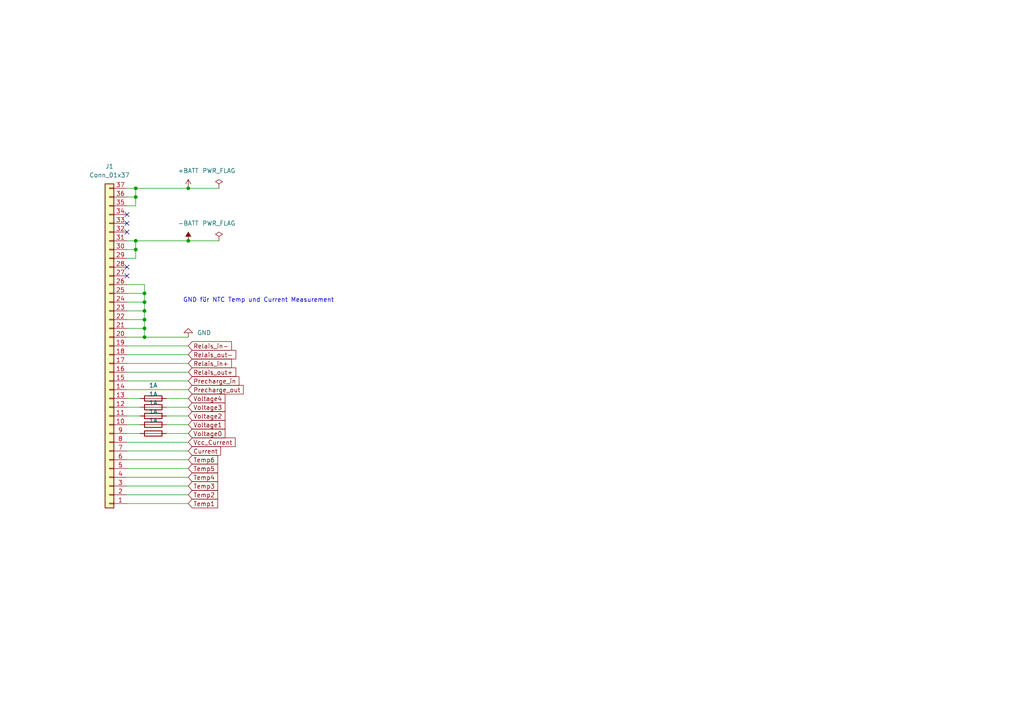
<source format=kicad_sch>
(kicad_sch
	(version 20250114)
	(generator "eeschema")
	(generator_version "9.0")
	(uuid "5961c0b4-552c-4c13-a726-13250b5be956")
	(paper "A4")
	(lib_symbols
		(symbol "Connector_Generic:Conn_01x37"
			(pin_names
				(offset 1.016)
				(hide yes)
			)
			(exclude_from_sim no)
			(in_bom yes)
			(on_board yes)
			(property "Reference" "J"
				(at 0 48.26 0)
				(effects
					(font
						(size 1.27 1.27)
					)
				)
			)
			(property "Value" "Conn_01x37"
				(at 0 -48.26 0)
				(effects
					(font
						(size 1.27 1.27)
					)
				)
			)
			(property "Footprint" ""
				(at 0 0 0)
				(effects
					(font
						(size 1.27 1.27)
					)
					(hide yes)
				)
			)
			(property "Datasheet" "~"
				(at 0 0 0)
				(effects
					(font
						(size 1.27 1.27)
					)
					(hide yes)
				)
			)
			(property "Description" "Generic connector, single row, 01x37, script generated (kicad-library-utils/schlib/autogen/connector/)"
				(at 0 0 0)
				(effects
					(font
						(size 1.27 1.27)
					)
					(hide yes)
				)
			)
			(property "ki_keywords" "connector"
				(at 0 0 0)
				(effects
					(font
						(size 1.27 1.27)
					)
					(hide yes)
				)
			)
			(property "ki_fp_filters" "Connector*:*_1x??_*"
				(at 0 0 0)
				(effects
					(font
						(size 1.27 1.27)
					)
					(hide yes)
				)
			)
			(symbol "Conn_01x37_1_1"
				(rectangle
					(start -1.27 46.99)
					(end 1.27 -46.99)
					(stroke
						(width 0.254)
						(type default)
					)
					(fill
						(type background)
					)
				)
				(rectangle
					(start -1.27 45.847)
					(end 0 45.593)
					(stroke
						(width 0.1524)
						(type default)
					)
					(fill
						(type none)
					)
				)
				(rectangle
					(start -1.27 43.307)
					(end 0 43.053)
					(stroke
						(width 0.1524)
						(type default)
					)
					(fill
						(type none)
					)
				)
				(rectangle
					(start -1.27 40.767)
					(end 0 40.513)
					(stroke
						(width 0.1524)
						(type default)
					)
					(fill
						(type none)
					)
				)
				(rectangle
					(start -1.27 38.227)
					(end 0 37.973)
					(stroke
						(width 0.1524)
						(type default)
					)
					(fill
						(type none)
					)
				)
				(rectangle
					(start -1.27 35.687)
					(end 0 35.433)
					(stroke
						(width 0.1524)
						(type default)
					)
					(fill
						(type none)
					)
				)
				(rectangle
					(start -1.27 33.147)
					(end 0 32.893)
					(stroke
						(width 0.1524)
						(type default)
					)
					(fill
						(type none)
					)
				)
				(rectangle
					(start -1.27 30.607)
					(end 0 30.353)
					(stroke
						(width 0.1524)
						(type default)
					)
					(fill
						(type none)
					)
				)
				(rectangle
					(start -1.27 28.067)
					(end 0 27.813)
					(stroke
						(width 0.1524)
						(type default)
					)
					(fill
						(type none)
					)
				)
				(rectangle
					(start -1.27 25.527)
					(end 0 25.273)
					(stroke
						(width 0.1524)
						(type default)
					)
					(fill
						(type none)
					)
				)
				(rectangle
					(start -1.27 22.987)
					(end 0 22.733)
					(stroke
						(width 0.1524)
						(type default)
					)
					(fill
						(type none)
					)
				)
				(rectangle
					(start -1.27 20.447)
					(end 0 20.193)
					(stroke
						(width 0.1524)
						(type default)
					)
					(fill
						(type none)
					)
				)
				(rectangle
					(start -1.27 17.907)
					(end 0 17.653)
					(stroke
						(width 0.1524)
						(type default)
					)
					(fill
						(type none)
					)
				)
				(rectangle
					(start -1.27 15.367)
					(end 0 15.113)
					(stroke
						(width 0.1524)
						(type default)
					)
					(fill
						(type none)
					)
				)
				(rectangle
					(start -1.27 12.827)
					(end 0 12.573)
					(stroke
						(width 0.1524)
						(type default)
					)
					(fill
						(type none)
					)
				)
				(rectangle
					(start -1.27 10.287)
					(end 0 10.033)
					(stroke
						(width 0.1524)
						(type default)
					)
					(fill
						(type none)
					)
				)
				(rectangle
					(start -1.27 7.747)
					(end 0 7.493)
					(stroke
						(width 0.1524)
						(type default)
					)
					(fill
						(type none)
					)
				)
				(rectangle
					(start -1.27 5.207)
					(end 0 4.953)
					(stroke
						(width 0.1524)
						(type default)
					)
					(fill
						(type none)
					)
				)
				(rectangle
					(start -1.27 2.667)
					(end 0 2.413)
					(stroke
						(width 0.1524)
						(type default)
					)
					(fill
						(type none)
					)
				)
				(rectangle
					(start -1.27 0.127)
					(end 0 -0.127)
					(stroke
						(width 0.1524)
						(type default)
					)
					(fill
						(type none)
					)
				)
				(rectangle
					(start -1.27 -2.413)
					(end 0 -2.667)
					(stroke
						(width 0.1524)
						(type default)
					)
					(fill
						(type none)
					)
				)
				(rectangle
					(start -1.27 -4.953)
					(end 0 -5.207)
					(stroke
						(width 0.1524)
						(type default)
					)
					(fill
						(type none)
					)
				)
				(rectangle
					(start -1.27 -7.493)
					(end 0 -7.747)
					(stroke
						(width 0.1524)
						(type default)
					)
					(fill
						(type none)
					)
				)
				(rectangle
					(start -1.27 -10.033)
					(end 0 -10.287)
					(stroke
						(width 0.1524)
						(type default)
					)
					(fill
						(type none)
					)
				)
				(rectangle
					(start -1.27 -12.573)
					(end 0 -12.827)
					(stroke
						(width 0.1524)
						(type default)
					)
					(fill
						(type none)
					)
				)
				(rectangle
					(start -1.27 -15.113)
					(end 0 -15.367)
					(stroke
						(width 0.1524)
						(type default)
					)
					(fill
						(type none)
					)
				)
				(rectangle
					(start -1.27 -17.653)
					(end 0 -17.907)
					(stroke
						(width 0.1524)
						(type default)
					)
					(fill
						(type none)
					)
				)
				(rectangle
					(start -1.27 -20.193)
					(end 0 -20.447)
					(stroke
						(width 0.1524)
						(type default)
					)
					(fill
						(type none)
					)
				)
				(rectangle
					(start -1.27 -22.733)
					(end 0 -22.987)
					(stroke
						(width 0.1524)
						(type default)
					)
					(fill
						(type none)
					)
				)
				(rectangle
					(start -1.27 -25.273)
					(end 0 -25.527)
					(stroke
						(width 0.1524)
						(type default)
					)
					(fill
						(type none)
					)
				)
				(rectangle
					(start -1.27 -27.813)
					(end 0 -28.067)
					(stroke
						(width 0.1524)
						(type default)
					)
					(fill
						(type none)
					)
				)
				(rectangle
					(start -1.27 -30.353)
					(end 0 -30.607)
					(stroke
						(width 0.1524)
						(type default)
					)
					(fill
						(type none)
					)
				)
				(rectangle
					(start -1.27 -32.893)
					(end 0 -33.147)
					(stroke
						(width 0.1524)
						(type default)
					)
					(fill
						(type none)
					)
				)
				(rectangle
					(start -1.27 -35.433)
					(end 0 -35.687)
					(stroke
						(width 0.1524)
						(type default)
					)
					(fill
						(type none)
					)
				)
				(rectangle
					(start -1.27 -37.973)
					(end 0 -38.227)
					(stroke
						(width 0.1524)
						(type default)
					)
					(fill
						(type none)
					)
				)
				(rectangle
					(start -1.27 -40.513)
					(end 0 -40.767)
					(stroke
						(width 0.1524)
						(type default)
					)
					(fill
						(type none)
					)
				)
				(rectangle
					(start -1.27 -43.053)
					(end 0 -43.307)
					(stroke
						(width 0.1524)
						(type default)
					)
					(fill
						(type none)
					)
				)
				(rectangle
					(start -1.27 -45.593)
					(end 0 -45.847)
					(stroke
						(width 0.1524)
						(type default)
					)
					(fill
						(type none)
					)
				)
				(pin passive line
					(at -5.08 45.72 0)
					(length 3.81)
					(name "Pin_1"
						(effects
							(font
								(size 1.27 1.27)
							)
						)
					)
					(number "1"
						(effects
							(font
								(size 1.27 1.27)
							)
						)
					)
				)
				(pin passive line
					(at -5.08 43.18 0)
					(length 3.81)
					(name "Pin_2"
						(effects
							(font
								(size 1.27 1.27)
							)
						)
					)
					(number "2"
						(effects
							(font
								(size 1.27 1.27)
							)
						)
					)
				)
				(pin passive line
					(at -5.08 40.64 0)
					(length 3.81)
					(name "Pin_3"
						(effects
							(font
								(size 1.27 1.27)
							)
						)
					)
					(number "3"
						(effects
							(font
								(size 1.27 1.27)
							)
						)
					)
				)
				(pin passive line
					(at -5.08 38.1 0)
					(length 3.81)
					(name "Pin_4"
						(effects
							(font
								(size 1.27 1.27)
							)
						)
					)
					(number "4"
						(effects
							(font
								(size 1.27 1.27)
							)
						)
					)
				)
				(pin passive line
					(at -5.08 35.56 0)
					(length 3.81)
					(name "Pin_5"
						(effects
							(font
								(size 1.27 1.27)
							)
						)
					)
					(number "5"
						(effects
							(font
								(size 1.27 1.27)
							)
						)
					)
				)
				(pin passive line
					(at -5.08 33.02 0)
					(length 3.81)
					(name "Pin_6"
						(effects
							(font
								(size 1.27 1.27)
							)
						)
					)
					(number "6"
						(effects
							(font
								(size 1.27 1.27)
							)
						)
					)
				)
				(pin passive line
					(at -5.08 30.48 0)
					(length 3.81)
					(name "Pin_7"
						(effects
							(font
								(size 1.27 1.27)
							)
						)
					)
					(number "7"
						(effects
							(font
								(size 1.27 1.27)
							)
						)
					)
				)
				(pin passive line
					(at -5.08 27.94 0)
					(length 3.81)
					(name "Pin_8"
						(effects
							(font
								(size 1.27 1.27)
							)
						)
					)
					(number "8"
						(effects
							(font
								(size 1.27 1.27)
							)
						)
					)
				)
				(pin passive line
					(at -5.08 25.4 0)
					(length 3.81)
					(name "Pin_9"
						(effects
							(font
								(size 1.27 1.27)
							)
						)
					)
					(number "9"
						(effects
							(font
								(size 1.27 1.27)
							)
						)
					)
				)
				(pin passive line
					(at -5.08 22.86 0)
					(length 3.81)
					(name "Pin_10"
						(effects
							(font
								(size 1.27 1.27)
							)
						)
					)
					(number "10"
						(effects
							(font
								(size 1.27 1.27)
							)
						)
					)
				)
				(pin passive line
					(at -5.08 20.32 0)
					(length 3.81)
					(name "Pin_11"
						(effects
							(font
								(size 1.27 1.27)
							)
						)
					)
					(number "11"
						(effects
							(font
								(size 1.27 1.27)
							)
						)
					)
				)
				(pin passive line
					(at -5.08 17.78 0)
					(length 3.81)
					(name "Pin_12"
						(effects
							(font
								(size 1.27 1.27)
							)
						)
					)
					(number "12"
						(effects
							(font
								(size 1.27 1.27)
							)
						)
					)
				)
				(pin passive line
					(at -5.08 15.24 0)
					(length 3.81)
					(name "Pin_13"
						(effects
							(font
								(size 1.27 1.27)
							)
						)
					)
					(number "13"
						(effects
							(font
								(size 1.27 1.27)
							)
						)
					)
				)
				(pin passive line
					(at -5.08 12.7 0)
					(length 3.81)
					(name "Pin_14"
						(effects
							(font
								(size 1.27 1.27)
							)
						)
					)
					(number "14"
						(effects
							(font
								(size 1.27 1.27)
							)
						)
					)
				)
				(pin passive line
					(at -5.08 10.16 0)
					(length 3.81)
					(name "Pin_15"
						(effects
							(font
								(size 1.27 1.27)
							)
						)
					)
					(number "15"
						(effects
							(font
								(size 1.27 1.27)
							)
						)
					)
				)
				(pin passive line
					(at -5.08 7.62 0)
					(length 3.81)
					(name "Pin_16"
						(effects
							(font
								(size 1.27 1.27)
							)
						)
					)
					(number "16"
						(effects
							(font
								(size 1.27 1.27)
							)
						)
					)
				)
				(pin passive line
					(at -5.08 5.08 0)
					(length 3.81)
					(name "Pin_17"
						(effects
							(font
								(size 1.27 1.27)
							)
						)
					)
					(number "17"
						(effects
							(font
								(size 1.27 1.27)
							)
						)
					)
				)
				(pin passive line
					(at -5.08 2.54 0)
					(length 3.81)
					(name "Pin_18"
						(effects
							(font
								(size 1.27 1.27)
							)
						)
					)
					(number "18"
						(effects
							(font
								(size 1.27 1.27)
							)
						)
					)
				)
				(pin passive line
					(at -5.08 0 0)
					(length 3.81)
					(name "Pin_19"
						(effects
							(font
								(size 1.27 1.27)
							)
						)
					)
					(number "19"
						(effects
							(font
								(size 1.27 1.27)
							)
						)
					)
				)
				(pin passive line
					(at -5.08 -2.54 0)
					(length 3.81)
					(name "Pin_20"
						(effects
							(font
								(size 1.27 1.27)
							)
						)
					)
					(number "20"
						(effects
							(font
								(size 1.27 1.27)
							)
						)
					)
				)
				(pin passive line
					(at -5.08 -5.08 0)
					(length 3.81)
					(name "Pin_21"
						(effects
							(font
								(size 1.27 1.27)
							)
						)
					)
					(number "21"
						(effects
							(font
								(size 1.27 1.27)
							)
						)
					)
				)
				(pin passive line
					(at -5.08 -7.62 0)
					(length 3.81)
					(name "Pin_22"
						(effects
							(font
								(size 1.27 1.27)
							)
						)
					)
					(number "22"
						(effects
							(font
								(size 1.27 1.27)
							)
						)
					)
				)
				(pin passive line
					(at -5.08 -10.16 0)
					(length 3.81)
					(name "Pin_23"
						(effects
							(font
								(size 1.27 1.27)
							)
						)
					)
					(number "23"
						(effects
							(font
								(size 1.27 1.27)
							)
						)
					)
				)
				(pin passive line
					(at -5.08 -12.7 0)
					(length 3.81)
					(name "Pin_24"
						(effects
							(font
								(size 1.27 1.27)
							)
						)
					)
					(number "24"
						(effects
							(font
								(size 1.27 1.27)
							)
						)
					)
				)
				(pin passive line
					(at -5.08 -15.24 0)
					(length 3.81)
					(name "Pin_25"
						(effects
							(font
								(size 1.27 1.27)
							)
						)
					)
					(number "25"
						(effects
							(font
								(size 1.27 1.27)
							)
						)
					)
				)
				(pin passive line
					(at -5.08 -17.78 0)
					(length 3.81)
					(name "Pin_26"
						(effects
							(font
								(size 1.27 1.27)
							)
						)
					)
					(number "26"
						(effects
							(font
								(size 1.27 1.27)
							)
						)
					)
				)
				(pin passive line
					(at -5.08 -20.32 0)
					(length 3.81)
					(name "Pin_27"
						(effects
							(font
								(size 1.27 1.27)
							)
						)
					)
					(number "27"
						(effects
							(font
								(size 1.27 1.27)
							)
						)
					)
				)
				(pin passive line
					(at -5.08 -22.86 0)
					(length 3.81)
					(name "Pin_28"
						(effects
							(font
								(size 1.27 1.27)
							)
						)
					)
					(number "28"
						(effects
							(font
								(size 1.27 1.27)
							)
						)
					)
				)
				(pin passive line
					(at -5.08 -25.4 0)
					(length 3.81)
					(name "Pin_29"
						(effects
							(font
								(size 1.27 1.27)
							)
						)
					)
					(number "29"
						(effects
							(font
								(size 1.27 1.27)
							)
						)
					)
				)
				(pin passive line
					(at -5.08 -27.94 0)
					(length 3.81)
					(name "Pin_30"
						(effects
							(font
								(size 1.27 1.27)
							)
						)
					)
					(number "30"
						(effects
							(font
								(size 1.27 1.27)
							)
						)
					)
				)
				(pin passive line
					(at -5.08 -30.48 0)
					(length 3.81)
					(name "Pin_31"
						(effects
							(font
								(size 1.27 1.27)
							)
						)
					)
					(number "31"
						(effects
							(font
								(size 1.27 1.27)
							)
						)
					)
				)
				(pin passive line
					(at -5.08 -33.02 0)
					(length 3.81)
					(name "Pin_32"
						(effects
							(font
								(size 1.27 1.27)
							)
						)
					)
					(number "32"
						(effects
							(font
								(size 1.27 1.27)
							)
						)
					)
				)
				(pin passive line
					(at -5.08 -35.56 0)
					(length 3.81)
					(name "Pin_33"
						(effects
							(font
								(size 1.27 1.27)
							)
						)
					)
					(number "33"
						(effects
							(font
								(size 1.27 1.27)
							)
						)
					)
				)
				(pin passive line
					(at -5.08 -38.1 0)
					(length 3.81)
					(name "Pin_34"
						(effects
							(font
								(size 1.27 1.27)
							)
						)
					)
					(number "34"
						(effects
							(font
								(size 1.27 1.27)
							)
						)
					)
				)
				(pin passive line
					(at -5.08 -40.64 0)
					(length 3.81)
					(name "Pin_35"
						(effects
							(font
								(size 1.27 1.27)
							)
						)
					)
					(number "35"
						(effects
							(font
								(size 1.27 1.27)
							)
						)
					)
				)
				(pin passive line
					(at -5.08 -43.18 0)
					(length 3.81)
					(name "Pin_36"
						(effects
							(font
								(size 1.27 1.27)
							)
						)
					)
					(number "36"
						(effects
							(font
								(size 1.27 1.27)
							)
						)
					)
				)
				(pin passive line
					(at -5.08 -45.72 0)
					(length 3.81)
					(name "Pin_37"
						(effects
							(font
								(size 1.27 1.27)
							)
						)
					)
					(number "37"
						(effects
							(font
								(size 1.27 1.27)
							)
						)
					)
				)
			)
			(embedded_fonts no)
		)
		(symbol "Device:Fuse"
			(pin_numbers
				(hide yes)
			)
			(pin_names
				(offset 0)
			)
			(exclude_from_sim no)
			(in_bom yes)
			(on_board yes)
			(property "Reference" "F"
				(at 2.032 0 90)
				(effects
					(font
						(size 1.27 1.27)
					)
				)
			)
			(property "Value" "Fuse"
				(at -1.905 0 90)
				(effects
					(font
						(size 1.27 1.27)
					)
				)
			)
			(property "Footprint" ""
				(at -1.778 0 90)
				(effects
					(font
						(size 1.27 1.27)
					)
					(hide yes)
				)
			)
			(property "Datasheet" "~"
				(at 0 0 0)
				(effects
					(font
						(size 1.27 1.27)
					)
					(hide yes)
				)
			)
			(property "Description" "Fuse"
				(at 0 0 0)
				(effects
					(font
						(size 1.27 1.27)
					)
					(hide yes)
				)
			)
			(property "ki_keywords" "fuse"
				(at 0 0 0)
				(effects
					(font
						(size 1.27 1.27)
					)
					(hide yes)
				)
			)
			(property "ki_fp_filters" "*Fuse*"
				(at 0 0 0)
				(effects
					(font
						(size 1.27 1.27)
					)
					(hide yes)
				)
			)
			(symbol "Fuse_0_1"
				(rectangle
					(start -0.762 -2.54)
					(end 0.762 2.54)
					(stroke
						(width 0.254)
						(type default)
					)
					(fill
						(type none)
					)
				)
				(polyline
					(pts
						(xy 0 2.54) (xy 0 -2.54)
					)
					(stroke
						(width 0)
						(type default)
					)
					(fill
						(type none)
					)
				)
			)
			(symbol "Fuse_1_1"
				(pin passive line
					(at 0 3.81 270)
					(length 1.27)
					(name "~"
						(effects
							(font
								(size 1.27 1.27)
							)
						)
					)
					(number "1"
						(effects
							(font
								(size 1.27 1.27)
							)
						)
					)
				)
				(pin passive line
					(at 0 -3.81 90)
					(length 1.27)
					(name "~"
						(effects
							(font
								(size 1.27 1.27)
							)
						)
					)
					(number "2"
						(effects
							(font
								(size 1.27 1.27)
							)
						)
					)
				)
			)
			(embedded_fonts no)
		)
		(symbol "power:+BATT"
			(power)
			(pin_numbers
				(hide yes)
			)
			(pin_names
				(offset 0)
				(hide yes)
			)
			(exclude_from_sim no)
			(in_bom yes)
			(on_board yes)
			(property "Reference" "#PWR"
				(at 0 -3.81 0)
				(effects
					(font
						(size 1.27 1.27)
					)
					(hide yes)
				)
			)
			(property "Value" "+BATT"
				(at 0 3.556 0)
				(effects
					(font
						(size 1.27 1.27)
					)
				)
			)
			(property "Footprint" ""
				(at 0 0 0)
				(effects
					(font
						(size 1.27 1.27)
					)
					(hide yes)
				)
			)
			(property "Datasheet" ""
				(at 0 0 0)
				(effects
					(font
						(size 1.27 1.27)
					)
					(hide yes)
				)
			)
			(property "Description" "Power symbol creates a global label with name \"+BATT\""
				(at 0 0 0)
				(effects
					(font
						(size 1.27 1.27)
					)
					(hide yes)
				)
			)
			(property "ki_keywords" "global power battery"
				(at 0 0 0)
				(effects
					(font
						(size 1.27 1.27)
					)
					(hide yes)
				)
			)
			(symbol "+BATT_0_1"
				(polyline
					(pts
						(xy -0.762 1.27) (xy 0 2.54)
					)
					(stroke
						(width 0)
						(type default)
					)
					(fill
						(type none)
					)
				)
				(polyline
					(pts
						(xy 0 2.54) (xy 0.762 1.27)
					)
					(stroke
						(width 0)
						(type default)
					)
					(fill
						(type none)
					)
				)
				(polyline
					(pts
						(xy 0 0) (xy 0 2.54)
					)
					(stroke
						(width 0)
						(type default)
					)
					(fill
						(type none)
					)
				)
			)
			(symbol "+BATT_1_1"
				(pin power_in line
					(at 0 0 90)
					(length 0)
					(name "~"
						(effects
							(font
								(size 1.27 1.27)
							)
						)
					)
					(number "1"
						(effects
							(font
								(size 1.27 1.27)
							)
						)
					)
				)
			)
			(embedded_fonts no)
		)
		(symbol "power:-BATT"
			(power)
			(pin_numbers
				(hide yes)
			)
			(pin_names
				(offset 0)
				(hide yes)
			)
			(exclude_from_sim no)
			(in_bom yes)
			(on_board yes)
			(property "Reference" "#PWR"
				(at 0 -3.81 0)
				(effects
					(font
						(size 1.27 1.27)
					)
					(hide yes)
				)
			)
			(property "Value" "-BATT"
				(at 0 3.556 0)
				(effects
					(font
						(size 1.27 1.27)
					)
				)
			)
			(property "Footprint" ""
				(at 0 0 0)
				(effects
					(font
						(size 1.27 1.27)
					)
					(hide yes)
				)
			)
			(property "Datasheet" ""
				(at 0 0 0)
				(effects
					(font
						(size 1.27 1.27)
					)
					(hide yes)
				)
			)
			(property "Description" "Power symbol creates a global label with name \"-BATT\""
				(at 0 0 0)
				(effects
					(font
						(size 1.27 1.27)
					)
					(hide yes)
				)
			)
			(property "ki_keywords" "global power battery"
				(at 0 0 0)
				(effects
					(font
						(size 1.27 1.27)
					)
					(hide yes)
				)
			)
			(symbol "-BATT_0_1"
				(polyline
					(pts
						(xy 0 0) (xy 0 2.54)
					)
					(stroke
						(width 0)
						(type default)
					)
					(fill
						(type none)
					)
				)
				(polyline
					(pts
						(xy 0.762 1.27) (xy -0.762 1.27) (xy 0 2.54) (xy 0.762 1.27)
					)
					(stroke
						(width 0)
						(type default)
					)
					(fill
						(type outline)
					)
				)
			)
			(symbol "-BATT_1_1"
				(pin power_in line
					(at 0 0 90)
					(length 0)
					(name "~"
						(effects
							(font
								(size 1.27 1.27)
							)
						)
					)
					(number "1"
						(effects
							(font
								(size 1.27 1.27)
							)
						)
					)
				)
			)
			(embedded_fonts no)
		)
		(symbol "power:GND"
			(power)
			(pin_numbers
				(hide yes)
			)
			(pin_names
				(offset 0)
				(hide yes)
			)
			(exclude_from_sim no)
			(in_bom yes)
			(on_board yes)
			(property "Reference" "#PWR"
				(at 0 -6.35 0)
				(effects
					(font
						(size 1.27 1.27)
					)
					(hide yes)
				)
			)
			(property "Value" "GND"
				(at 0 -3.81 0)
				(effects
					(font
						(size 1.27 1.27)
					)
				)
			)
			(property "Footprint" ""
				(at 0 0 0)
				(effects
					(font
						(size 1.27 1.27)
					)
					(hide yes)
				)
			)
			(property "Datasheet" ""
				(at 0 0 0)
				(effects
					(font
						(size 1.27 1.27)
					)
					(hide yes)
				)
			)
			(property "Description" "Power symbol creates a global label with name \"GND\" , ground"
				(at 0 0 0)
				(effects
					(font
						(size 1.27 1.27)
					)
					(hide yes)
				)
			)
			(property "ki_keywords" "global power"
				(at 0 0 0)
				(effects
					(font
						(size 1.27 1.27)
					)
					(hide yes)
				)
			)
			(symbol "GND_0_1"
				(polyline
					(pts
						(xy 0 0) (xy 0 -1.27) (xy 1.27 -1.27) (xy 0 -2.54) (xy -1.27 -1.27) (xy 0 -1.27)
					)
					(stroke
						(width 0)
						(type default)
					)
					(fill
						(type none)
					)
				)
			)
			(symbol "GND_1_1"
				(pin power_in line
					(at 0 0 270)
					(length 0)
					(name "~"
						(effects
							(font
								(size 1.27 1.27)
							)
						)
					)
					(number "1"
						(effects
							(font
								(size 1.27 1.27)
							)
						)
					)
				)
			)
			(embedded_fonts no)
		)
		(symbol "power:PWR_FLAG"
			(power)
			(pin_numbers
				(hide yes)
			)
			(pin_names
				(offset 0)
				(hide yes)
			)
			(exclude_from_sim no)
			(in_bom yes)
			(on_board yes)
			(property "Reference" "#FLG"
				(at 0 1.905 0)
				(effects
					(font
						(size 1.27 1.27)
					)
					(hide yes)
				)
			)
			(property "Value" "PWR_FLAG"
				(at 0 3.81 0)
				(effects
					(font
						(size 1.27 1.27)
					)
				)
			)
			(property "Footprint" ""
				(at 0 0 0)
				(effects
					(font
						(size 1.27 1.27)
					)
					(hide yes)
				)
			)
			(property "Datasheet" "~"
				(at 0 0 0)
				(effects
					(font
						(size 1.27 1.27)
					)
					(hide yes)
				)
			)
			(property "Description" "Special symbol for telling ERC where power comes from"
				(at 0 0 0)
				(effects
					(font
						(size 1.27 1.27)
					)
					(hide yes)
				)
			)
			(property "ki_keywords" "flag power"
				(at 0 0 0)
				(effects
					(font
						(size 1.27 1.27)
					)
					(hide yes)
				)
			)
			(symbol "PWR_FLAG_0_0"
				(pin power_out line
					(at 0 0 90)
					(length 0)
					(name "~"
						(effects
							(font
								(size 1.27 1.27)
							)
						)
					)
					(number "1"
						(effects
							(font
								(size 1.27 1.27)
							)
						)
					)
				)
			)
			(symbol "PWR_FLAG_0_1"
				(polyline
					(pts
						(xy 0 0) (xy 0 1.27) (xy -1.016 1.905) (xy 0 2.54) (xy 1.016 1.905) (xy 0 1.27)
					)
					(stroke
						(width 0)
						(type default)
					)
					(fill
						(type none)
					)
				)
			)
			(embedded_fonts no)
		)
	)
	(text "GND für NTC Temp und Current Measurement\n"
		(exclude_from_sim no)
		(at 53.086 87.122 0)
		(effects
			(font
				(size 1.27 1.27)
			)
			(justify left)
		)
		(uuid "f889d449-f666-43da-bf29-e1eb80c312a7")
	)
	(junction
		(at 41.91 92.71)
		(diameter 0)
		(color 0 0 0 0)
		(uuid "10f5d567-eee9-4488-9717-72a87e6462d0")
	)
	(junction
		(at 54.61 69.85)
		(diameter 0)
		(color 0 0 0 0)
		(uuid "14c913b2-51cf-4488-841f-c40166953e1a")
	)
	(junction
		(at 41.91 85.09)
		(diameter 0)
		(color 0 0 0 0)
		(uuid "2ea70d7e-3a63-4818-9745-d680788c49fd")
	)
	(junction
		(at 41.91 87.63)
		(diameter 0)
		(color 0 0 0 0)
		(uuid "32d27d73-dd08-4049-99e1-a64bd94ff382")
	)
	(junction
		(at 41.91 90.17)
		(diameter 0)
		(color 0 0 0 0)
		(uuid "34f18e35-4aa4-451b-a284-2e5d438ee6a1")
	)
	(junction
		(at 39.37 72.39)
		(diameter 0)
		(color 0 0 0 0)
		(uuid "3808f915-5ba4-4a65-9d82-e902c2c014b5")
	)
	(junction
		(at 39.37 57.15)
		(diameter 0)
		(color 0 0 0 0)
		(uuid "6e20c906-1e66-455d-ac31-686533266cc0")
	)
	(junction
		(at 41.91 95.25)
		(diameter 0)
		(color 0 0 0 0)
		(uuid "adf905ca-9c3d-4ec9-9a91-dbada821f3a5")
	)
	(junction
		(at 39.37 54.61)
		(diameter 0)
		(color 0 0 0 0)
		(uuid "b24797df-10c0-4abe-804a-6164e2ca6426")
	)
	(junction
		(at 39.37 69.85)
		(diameter 0)
		(color 0 0 0 0)
		(uuid "db90bca1-1cf2-45cb-a961-6c82e3ab0a14")
	)
	(junction
		(at 41.91 97.79)
		(diameter 0)
		(color 0 0 0 0)
		(uuid "f8814a33-191d-4fbf-9c25-f44407bdcad0")
	)
	(junction
		(at 54.61 54.61)
		(diameter 0)
		(color 0 0 0 0)
		(uuid "fc44874d-2385-49f3-a2c5-4df6cf8abe2f")
	)
	(no_connect
		(at 36.83 62.23)
		(uuid "0d72c343-1a48-49bd-b9ab-66986a08fab2")
	)
	(no_connect
		(at 36.83 67.31)
		(uuid "923196ac-4221-424b-966e-e46771be22e9")
	)
	(no_connect
		(at 36.83 77.47)
		(uuid "a7ea730e-f37a-4d09-8fda-dca40e8eb3f1")
	)
	(no_connect
		(at 36.83 64.77)
		(uuid "d3b873c0-4039-49d7-ad55-aafda52c3cc7")
	)
	(no_connect
		(at 36.83 80.01)
		(uuid "efe01fc0-a769-4c29-a99e-3148d1ba84ec")
	)
	(wire
		(pts
			(xy 36.83 118.11) (xy 40.64 118.11)
		)
		(stroke
			(width 0)
			(type default)
		)
		(uuid "02dc57f7-88f1-44bc-91f0-0093fbf9c6f4")
	)
	(wire
		(pts
			(xy 48.26 125.73) (xy 54.61 125.73)
		)
		(stroke
			(width 0)
			(type default)
		)
		(uuid "0447b335-3922-46a0-b16a-dc2f04063af3")
	)
	(wire
		(pts
			(xy 36.83 146.05) (xy 54.61 146.05)
		)
		(stroke
			(width 0)
			(type default)
		)
		(uuid "0595d007-4d08-4810-87e2-a16a357e0868")
	)
	(wire
		(pts
			(xy 39.37 54.61) (xy 54.61 54.61)
		)
		(stroke
			(width 0)
			(type default)
		)
		(uuid "0649babe-9b5b-412f-ad0f-c6901c732787")
	)
	(wire
		(pts
			(xy 36.83 74.93) (xy 39.37 74.93)
		)
		(stroke
			(width 0)
			(type default)
		)
		(uuid "09595390-4cb1-4c5b-a0bc-153b04edc8d0")
	)
	(wire
		(pts
			(xy 36.83 135.89) (xy 54.61 135.89)
		)
		(stroke
			(width 0)
			(type default)
		)
		(uuid "0e8c18c1-a7dc-40c8-b167-ef2a13bc3232")
	)
	(wire
		(pts
			(xy 48.26 118.11) (xy 54.61 118.11)
		)
		(stroke
			(width 0)
			(type default)
		)
		(uuid "1117b201-e367-478d-9337-7a31e674a9f8")
	)
	(wire
		(pts
			(xy 39.37 74.93) (xy 39.37 72.39)
		)
		(stroke
			(width 0)
			(type default)
		)
		(uuid "1381e320-ca95-4ac6-a16b-e0f0dfb792fd")
	)
	(wire
		(pts
			(xy 36.83 143.51) (xy 54.61 143.51)
		)
		(stroke
			(width 0)
			(type default)
		)
		(uuid "15520dde-0bee-44e4-bfa4-1fca80bbe8fc")
	)
	(wire
		(pts
			(xy 48.26 120.65) (xy 54.61 120.65)
		)
		(stroke
			(width 0)
			(type default)
		)
		(uuid "190d63ec-ecd8-4309-9b3c-74444e35988d")
	)
	(wire
		(pts
			(xy 36.83 95.25) (xy 41.91 95.25)
		)
		(stroke
			(width 0)
			(type default)
		)
		(uuid "197a1a3d-2817-4c7d-a153-ec8e49d7ac37")
	)
	(wire
		(pts
			(xy 36.83 82.55) (xy 41.91 82.55)
		)
		(stroke
			(width 0)
			(type default)
		)
		(uuid "1befaa95-f789-46e3-a813-86f260496029")
	)
	(wire
		(pts
			(xy 41.91 95.25) (xy 41.91 97.79)
		)
		(stroke
			(width 0)
			(type default)
		)
		(uuid "1f3fa715-776a-4b73-9eba-1bea20afa797")
	)
	(wire
		(pts
			(xy 39.37 54.61) (xy 39.37 57.15)
		)
		(stroke
			(width 0)
			(type default)
		)
		(uuid "27382419-4f95-46a4-a9ed-6726510425ee")
	)
	(wire
		(pts
			(xy 36.83 130.81) (xy 54.61 130.81)
		)
		(stroke
			(width 0)
			(type default)
		)
		(uuid "2813b15a-1e0a-4623-bc4d-e43d7163bbde")
	)
	(wire
		(pts
			(xy 36.83 125.73) (xy 40.64 125.73)
		)
		(stroke
			(width 0)
			(type default)
		)
		(uuid "2a29b580-ccf1-44f4-881c-5e4f25d2c31b")
	)
	(wire
		(pts
			(xy 36.83 59.69) (xy 39.37 59.69)
		)
		(stroke
			(width 0)
			(type default)
		)
		(uuid "3af1670a-2baa-47e0-b182-1c65b8ecb6c5")
	)
	(wire
		(pts
			(xy 36.83 85.09) (xy 41.91 85.09)
		)
		(stroke
			(width 0)
			(type default)
		)
		(uuid "3bb01240-c5b3-47f6-83c1-971a18b647f2")
	)
	(wire
		(pts
			(xy 36.83 90.17) (xy 41.91 90.17)
		)
		(stroke
			(width 0)
			(type default)
		)
		(uuid "3d9b3d26-fc51-4fc3-89e9-e62edd29b64d")
	)
	(wire
		(pts
			(xy 36.83 72.39) (xy 39.37 72.39)
		)
		(stroke
			(width 0)
			(type default)
		)
		(uuid "41ba3fff-2108-4d9c-b219-f692e635013c")
	)
	(wire
		(pts
			(xy 36.83 140.97) (xy 54.61 140.97)
		)
		(stroke
			(width 0)
			(type default)
		)
		(uuid "42bb4b10-7c75-459e-9883-74fa8a392d13")
	)
	(wire
		(pts
			(xy 36.83 102.87) (xy 54.61 102.87)
		)
		(stroke
			(width 0)
			(type default)
		)
		(uuid "42f91fd5-42be-427e-b69d-0b29a6568156")
	)
	(wire
		(pts
			(xy 41.91 90.17) (xy 41.91 92.71)
		)
		(stroke
			(width 0)
			(type default)
		)
		(uuid "45c8d4c1-d0b4-475c-ba34-1c20a2011fe6")
	)
	(wire
		(pts
			(xy 36.83 92.71) (xy 41.91 92.71)
		)
		(stroke
			(width 0)
			(type default)
		)
		(uuid "4639be58-c4b2-4a6b-84c0-07d3a9ddbff7")
	)
	(wire
		(pts
			(xy 36.83 100.33) (xy 54.61 100.33)
		)
		(stroke
			(width 0)
			(type default)
		)
		(uuid "5dfce1b4-c5fe-4d79-a6ec-6b39605b2967")
	)
	(wire
		(pts
			(xy 39.37 69.85) (xy 36.83 69.85)
		)
		(stroke
			(width 0)
			(type default)
		)
		(uuid "5e09b16f-e8a1-4b94-8d29-49a03b423c4a")
	)
	(wire
		(pts
			(xy 36.83 128.27) (xy 54.61 128.27)
		)
		(stroke
			(width 0)
			(type default)
		)
		(uuid "62b75201-9374-49f9-9fd4-98e825df303e")
	)
	(wire
		(pts
			(xy 36.83 113.03) (xy 54.61 113.03)
		)
		(stroke
			(width 0)
			(type default)
		)
		(uuid "6cd942b7-c6f0-4a43-914d-7894936c3300")
	)
	(wire
		(pts
			(xy 39.37 72.39) (xy 39.37 69.85)
		)
		(stroke
			(width 0)
			(type default)
		)
		(uuid "812b2a90-3a8d-4d5d-ae91-651cf633e145")
	)
	(wire
		(pts
			(xy 48.26 115.57) (xy 54.61 115.57)
		)
		(stroke
			(width 0)
			(type default)
		)
		(uuid "8686bce1-18b0-4a12-af47-3a83415e14c0")
	)
	(wire
		(pts
			(xy 41.91 85.09) (xy 41.91 87.63)
		)
		(stroke
			(width 0)
			(type default)
		)
		(uuid "8bfa3c7d-6a88-4094-981b-420463340d9b")
	)
	(wire
		(pts
			(xy 36.83 97.79) (xy 41.91 97.79)
		)
		(stroke
			(width 0)
			(type default)
		)
		(uuid "8d7bd9a8-9030-45f1-b317-76fac8220c7e")
	)
	(wire
		(pts
			(xy 36.83 115.57) (xy 40.64 115.57)
		)
		(stroke
			(width 0)
			(type default)
		)
		(uuid "9fafbbfa-846e-425a-9237-5a7b9260b32e")
	)
	(wire
		(pts
			(xy 36.83 54.61) (xy 39.37 54.61)
		)
		(stroke
			(width 0)
			(type default)
		)
		(uuid "b3afc52c-5671-4ab5-a8b1-42d36e754d6f")
	)
	(wire
		(pts
			(xy 36.83 123.19) (xy 40.64 123.19)
		)
		(stroke
			(width 0)
			(type default)
		)
		(uuid "b53684a7-6017-45b4-a17e-c5b4557c32a3")
	)
	(wire
		(pts
			(xy 36.83 57.15) (xy 39.37 57.15)
		)
		(stroke
			(width 0)
			(type default)
		)
		(uuid "b71e446f-cdd3-4734-a696-c8c16b169b6d")
	)
	(wire
		(pts
			(xy 41.91 92.71) (xy 41.91 95.25)
		)
		(stroke
			(width 0)
			(type default)
		)
		(uuid "bb36b2e0-ca46-48f2-acf4-ed4e863b5c06")
	)
	(wire
		(pts
			(xy 36.83 87.63) (xy 41.91 87.63)
		)
		(stroke
			(width 0)
			(type default)
		)
		(uuid "bb5d4735-5239-4d77-994b-7303a82ef985")
	)
	(wire
		(pts
			(xy 54.61 54.61) (xy 63.5 54.61)
		)
		(stroke
			(width 0)
			(type default)
		)
		(uuid "c4436a34-2b8f-4665-8609-abbc809f754e")
	)
	(wire
		(pts
			(xy 36.83 120.65) (xy 40.64 120.65)
		)
		(stroke
			(width 0)
			(type default)
		)
		(uuid "d13bd294-0409-4c02-9160-24436a3b8a4b")
	)
	(wire
		(pts
			(xy 54.61 69.85) (xy 63.5 69.85)
		)
		(stroke
			(width 0)
			(type default)
		)
		(uuid "d6a75070-bf61-436c-b3e2-26aff49461ec")
	)
	(wire
		(pts
			(xy 36.83 110.49) (xy 54.61 110.49)
		)
		(stroke
			(width 0)
			(type default)
		)
		(uuid "d9a726c0-f98e-4cf9-b4c9-ea5d66a90ca2")
	)
	(wire
		(pts
			(xy 48.26 123.19) (xy 54.61 123.19)
		)
		(stroke
			(width 0)
			(type default)
		)
		(uuid "d9aa4450-a218-4540-94d3-8a531a85f6c0")
	)
	(wire
		(pts
			(xy 39.37 57.15) (xy 39.37 59.69)
		)
		(stroke
			(width 0)
			(type default)
		)
		(uuid "da8fd3ed-a12e-421e-9f75-901aa9065f34")
	)
	(wire
		(pts
			(xy 36.83 133.35) (xy 54.61 133.35)
		)
		(stroke
			(width 0)
			(type default)
		)
		(uuid "db1d1829-5018-44b4-924e-52401ba8dee4")
	)
	(wire
		(pts
			(xy 36.83 107.95) (xy 54.61 107.95)
		)
		(stroke
			(width 0)
			(type default)
		)
		(uuid "de45d0b5-c98c-4530-989d-049810b946fa")
	)
	(wire
		(pts
			(xy 41.91 82.55) (xy 41.91 85.09)
		)
		(stroke
			(width 0)
			(type default)
		)
		(uuid "e3b32f7b-66ae-45d5-b8b1-3c55d7d711d1")
	)
	(wire
		(pts
			(xy 39.37 69.85) (xy 54.61 69.85)
		)
		(stroke
			(width 0)
			(type default)
		)
		(uuid "e7f28139-3968-4672-90cc-94a5bb63b0d6")
	)
	(wire
		(pts
			(xy 41.91 97.79) (xy 54.61 97.79)
		)
		(stroke
			(width 0)
			(type default)
		)
		(uuid "e8b9ee66-48ea-4f8c-849c-c4e043925d7c")
	)
	(wire
		(pts
			(xy 41.91 87.63) (xy 41.91 90.17)
		)
		(stroke
			(width 0)
			(type default)
		)
		(uuid "eff4eaa9-611c-43bc-98e1-5cfe69dd2e62")
	)
	(wire
		(pts
			(xy 36.83 138.43) (xy 54.61 138.43)
		)
		(stroke
			(width 0)
			(type default)
		)
		(uuid "f5f022ff-f07f-43c1-a9a9-8a8f93def240")
	)
	(wire
		(pts
			(xy 36.83 105.41) (xy 54.61 105.41)
		)
		(stroke
			(width 0)
			(type default)
		)
		(uuid "faa92734-8619-420f-b335-508598cc6029")
	)
	(global_label "Voltage4"
		(shape input)
		(at 54.61 115.57 0)
		(fields_autoplaced yes)
		(effects
			(font
				(size 1.27 1.27)
			)
			(justify left)
		)
		(uuid "00241bed-249c-444e-8198-3738c68b68c0")
		(property "Intersheetrefs" "${INTERSHEET_REFS}"
			(at 65.8198 115.57 0)
			(effects
				(font
					(size 1.27 1.27)
				)
				(justify left)
				(hide yes)
			)
		)
	)
	(global_label "Temp3"
		(shape input)
		(at 54.61 140.97 0)
		(fields_autoplaced yes)
		(effects
			(font
				(size 1.27 1.27)
			)
			(justify left)
		)
		(uuid "04db172c-ff4c-4fb8-84d8-eeec441395c1")
		(property "Intersheetrefs" "${INTERSHEET_REFS}"
			(at 63.7032 140.97 0)
			(effects
				(font
					(size 1.27 1.27)
				)
				(justify left)
				(hide yes)
			)
		)
	)
	(global_label "Voltage3"
		(shape input)
		(at 54.61 118.11 0)
		(fields_autoplaced yes)
		(effects
			(font
				(size 1.27 1.27)
			)
			(justify left)
		)
		(uuid "05366796-1a7c-4367-8391-e463da07be96")
		(property "Intersheetrefs" "${INTERSHEET_REFS}"
			(at 65.8198 118.11 0)
			(effects
				(font
					(size 1.27 1.27)
				)
				(justify left)
				(hide yes)
			)
		)
	)
	(global_label "Voltage1"
		(shape input)
		(at 54.61 123.19 0)
		(fields_autoplaced yes)
		(effects
			(font
				(size 1.27 1.27)
			)
			(justify left)
		)
		(uuid "3764b5d6-8e1e-40cd-8d76-2f647e6100d2")
		(property "Intersheetrefs" "${INTERSHEET_REFS}"
			(at 65.8198 123.19 0)
			(effects
				(font
					(size 1.27 1.27)
				)
				(justify left)
				(hide yes)
			)
		)
	)
	(global_label "Voltage2"
		(shape input)
		(at 54.61 120.65 0)
		(fields_autoplaced yes)
		(effects
			(font
				(size 1.27 1.27)
			)
			(justify left)
		)
		(uuid "416599a8-3e13-417b-8830-9af745b66851")
		(property "Intersheetrefs" "${INTERSHEET_REFS}"
			(at 65.8198 120.65 0)
			(effects
				(font
					(size 1.27 1.27)
				)
				(justify left)
				(hide yes)
			)
		)
	)
	(global_label "Precharge_in"
		(shape input)
		(at 54.61 110.49 0)
		(fields_autoplaced yes)
		(effects
			(font
				(size 1.27 1.27)
			)
			(justify left)
		)
		(uuid "623c9b46-e034-42b4-a7ac-d5b15d2997b8")
		(property "Intersheetrefs" "${INTERSHEET_REFS}"
			(at 69.8718 110.49 0)
			(effects
				(font
					(size 1.27 1.27)
				)
				(justify left)
				(hide yes)
			)
		)
	)
	(global_label "Temp1"
		(shape input)
		(at 54.61 146.05 0)
		(fields_autoplaced yes)
		(effects
			(font
				(size 1.27 1.27)
			)
			(justify left)
		)
		(uuid "68450b99-9163-43db-9ca0-285d580985f1")
		(property "Intersheetrefs" "${INTERSHEET_REFS}"
			(at 63.7032 146.05 0)
			(effects
				(font
					(size 1.27 1.27)
				)
				(justify left)
				(hide yes)
			)
		)
	)
	(global_label "Relais_in+"
		(shape input)
		(at 54.61 105.41 0)
		(fields_autoplaced yes)
		(effects
			(font
				(size 1.27 1.27)
			)
			(justify left)
		)
		(uuid "70dcda11-1c16-41d7-908d-edca40303527")
		(property "Intersheetrefs" "${INTERSHEET_REFS}"
			(at 67.6947 105.41 0)
			(effects
				(font
					(size 1.27 1.27)
				)
				(justify left)
				(hide yes)
			)
		)
	)
	(global_label "Temp4"
		(shape input)
		(at 54.61 138.43 0)
		(fields_autoplaced yes)
		(effects
			(font
				(size 1.27 1.27)
			)
			(justify left)
		)
		(uuid "799d39ca-9258-43f5-824c-1097e2933e52")
		(property "Intersheetrefs" "${INTERSHEET_REFS}"
			(at 63.7032 138.43 0)
			(effects
				(font
					(size 1.27 1.27)
				)
				(justify left)
				(hide yes)
			)
		)
	)
	(global_label "Vcc_Current"
		(shape input)
		(at 54.61 128.27 0)
		(fields_autoplaced yes)
		(effects
			(font
				(size 1.27 1.27)
			)
			(justify left)
		)
		(uuid "8868007d-3421-4aea-8c91-292a42faceac")
		(property "Intersheetrefs" "${INTERSHEET_REFS}"
			(at 68.7833 128.27 0)
			(effects
				(font
					(size 1.27 1.27)
				)
				(justify left)
				(hide yes)
			)
		)
	)
	(global_label "Temp2"
		(shape input)
		(at 54.61 143.51 0)
		(fields_autoplaced yes)
		(effects
			(font
				(size 1.27 1.27)
			)
			(justify left)
		)
		(uuid "8e95dce1-6eaa-4877-a77a-d4f610a0e121")
		(property "Intersheetrefs" "${INTERSHEET_REFS}"
			(at 63.7032 143.51 0)
			(effects
				(font
					(size 1.27 1.27)
				)
				(justify left)
				(hide yes)
			)
		)
	)
	(global_label "Precharge_out"
		(shape input)
		(at 54.61 113.03 0)
		(fields_autoplaced yes)
		(effects
			(font
				(size 1.27 1.27)
			)
			(justify left)
		)
		(uuid "9208e957-0eef-4ef2-85b1-3341d421f3df")
		(property "Intersheetrefs" "${INTERSHEET_REFS}"
			(at 71.1417 113.03 0)
			(effects
				(font
					(size 1.27 1.27)
				)
				(justify left)
				(hide yes)
			)
		)
	)
	(global_label "Temp5"
		(shape input)
		(at 54.61 135.89 0)
		(fields_autoplaced yes)
		(effects
			(font
				(size 1.27 1.27)
			)
			(justify left)
		)
		(uuid "a18645d6-fbc7-40bf-ad87-6f6b078b1614")
		(property "Intersheetrefs" "${INTERSHEET_REFS}"
			(at 63.7032 135.89 0)
			(effects
				(font
					(size 1.27 1.27)
				)
				(justify left)
				(hide yes)
			)
		)
	)
	(global_label "Relais_out-"
		(shape input)
		(at 54.61 102.87 0)
		(fields_autoplaced yes)
		(effects
			(font
				(size 1.27 1.27)
			)
			(justify left)
		)
		(uuid "acb0c74c-4fc2-47f2-ba25-533d2634ec3e")
		(property "Intersheetrefs" "${INTERSHEET_REFS}"
			(at 68.9646 102.87 0)
			(effects
				(font
					(size 1.27 1.27)
				)
				(justify left)
				(hide yes)
			)
		)
	)
	(global_label "Temp6"
		(shape input)
		(at 54.61 133.35 0)
		(fields_autoplaced yes)
		(effects
			(font
				(size 1.27 1.27)
			)
			(justify left)
		)
		(uuid "e91f1b7a-59a9-4ed5-8781-486dc3a4ad33")
		(property "Intersheetrefs" "${INTERSHEET_REFS}"
			(at 63.7032 133.35 0)
			(effects
				(font
					(size 1.27 1.27)
				)
				(justify left)
				(hide yes)
			)
		)
	)
	(global_label "Relais_in-"
		(shape input)
		(at 54.61 100.33 0)
		(fields_autoplaced yes)
		(effects
			(font
				(size 1.27 1.27)
			)
			(justify left)
		)
		(uuid "ebc7680a-d1a3-4425-ae2e-92265aefc793")
		(property "Intersheetrefs" "${INTERSHEET_REFS}"
			(at 67.6947 100.33 0)
			(effects
				(font
					(size 1.27 1.27)
				)
				(justify left)
				(hide yes)
			)
		)
	)
	(global_label "Current"
		(shape input)
		(at 54.61 130.81 0)
		(fields_autoplaced yes)
		(effects
			(font
				(size 1.27 1.27)
			)
			(justify left)
		)
		(uuid "fafac05a-c9cc-431e-b37b-0b5898cb647a")
		(property "Intersheetrefs" "${INTERSHEET_REFS}"
			(at 64.5499 130.81 0)
			(effects
				(font
					(size 1.27 1.27)
				)
				(justify left)
				(hide yes)
			)
		)
	)
	(global_label "Voltage0"
		(shape input)
		(at 54.61 125.73 0)
		(fields_autoplaced yes)
		(effects
			(font
				(size 1.27 1.27)
			)
			(justify left)
		)
		(uuid "fdb761bc-0a53-45b1-9af4-032436e3c99b")
		(property "Intersheetrefs" "${INTERSHEET_REFS}"
			(at 65.8198 125.73 0)
			(effects
				(font
					(size 1.27 1.27)
				)
				(justify left)
				(hide yes)
			)
		)
	)
	(global_label "Relais_out+"
		(shape input)
		(at 54.61 107.95 0)
		(fields_autoplaced yes)
		(effects
			(font
				(size 1.27 1.27)
			)
			(justify left)
		)
		(uuid "febcd8ce-3410-40a5-842f-36cf38cecdbf")
		(property "Intersheetrefs" "${INTERSHEET_REFS}"
			(at 68.9646 107.95 0)
			(effects
				(font
					(size 1.27 1.27)
				)
				(justify left)
				(hide yes)
			)
		)
	)
	(symbol
		(lib_id "power:-BATT")
		(at 54.61 69.85 0)
		(unit 1)
		(exclude_from_sim no)
		(in_bom yes)
		(on_board yes)
		(dnp no)
		(fields_autoplaced yes)
		(uuid "040eb3c1-098d-434b-b85f-8d5da8875840")
		(property "Reference" "#PWR082"
			(at 54.61 73.66 0)
			(effects
				(font
					(size 1.27 1.27)
				)
				(hide yes)
			)
		)
		(property "Value" "-BATT"
			(at 54.61 64.77 0)
			(effects
				(font
					(size 1.27 1.27)
				)
			)
		)
		(property "Footprint" ""
			(at 54.61 69.85 0)
			(effects
				(font
					(size 1.27 1.27)
				)
				(hide yes)
			)
		)
		(property "Datasheet" ""
			(at 54.61 69.85 0)
			(effects
				(font
					(size 1.27 1.27)
				)
				(hide yes)
			)
		)
		(property "Description" "Power symbol creates a global label with name \"-BATT\""
			(at 54.61 69.85 0)
			(effects
				(font
					(size 1.27 1.27)
				)
				(hide yes)
			)
		)
		(pin "1"
			(uuid "35254d3f-2be5-44bf-9b74-c3eb001963c0")
		)
		(instances
			(project ""
				(path "/f3f5bf67-59a2-4fff-a256-b414fb7b1786/64c54cf2-e962-4d56-8350-2823e3c7a7e9"
					(reference "#PWR082")
					(unit 1)
				)
			)
		)
	)
	(symbol
		(lib_id "Device:Fuse")
		(at 44.45 120.65 90)
		(unit 1)
		(exclude_from_sim no)
		(in_bom yes)
		(on_board yes)
		(dnp no)
		(fields_autoplaced yes)
		(uuid "28f14952-da7b-4dca-81dc-c897d8529cef")
		(property "Reference" "F3"
			(at 44.45 114.3 90)
			(effects
				(font
					(size 1.27 1.27)
				)
				(hide yes)
			)
		)
		(property "Value" "1A"
			(at 44.45 116.84 90)
			(effects
				(font
					(size 1.27 1.27)
				)
			)
		)
		(property "Footprint" "Fuse:Fuseholder_Littelfuse_Nano2_154x"
			(at 44.45 122.428 90)
			(effects
				(font
					(size 1.27 1.27)
				)
				(hide yes)
			)
		)
		(property "Datasheet" "~"
			(at 44.45 120.65 0)
			(effects
				(font
					(size 1.27 1.27)
				)
				(hide yes)
			)
		)
		(property "Description" "Fuse"
			(at 44.45 120.65 0)
			(effects
				(font
					(size 1.27 1.27)
				)
				(hide yes)
			)
		)
		(pin "1"
			(uuid "26879a2c-3e8b-476c-bc01-68dc9fc5bade")
		)
		(pin "2"
			(uuid "d608f1dc-efbb-4305-9824-31ebd52468a6")
		)
		(instances
			(project ""
				(path "/f3f5bf67-59a2-4fff-a256-b414fb7b1786/64c54cf2-e962-4d56-8350-2823e3c7a7e9"
					(reference "F3")
					(unit 1)
				)
			)
		)
	)
	(symbol
		(lib_id "power:PWR_FLAG")
		(at 63.5 69.85 0)
		(unit 1)
		(exclude_from_sim no)
		(in_bom yes)
		(on_board yes)
		(dnp no)
		(fields_autoplaced yes)
		(uuid "4bdf5128-8440-431e-9c0e-d1e34985c8d3")
		(property "Reference" "#FLG04"
			(at 63.5 67.945 0)
			(effects
				(font
					(size 1.27 1.27)
				)
				(hide yes)
			)
		)
		(property "Value" "PWR_FLAG"
			(at 63.5 64.77 0)
			(effects
				(font
					(size 1.27 1.27)
				)
			)
		)
		(property "Footprint" ""
			(at 63.5 69.85 0)
			(effects
				(font
					(size 1.27 1.27)
				)
				(hide yes)
			)
		)
		(property "Datasheet" "~"
			(at 63.5 69.85 0)
			(effects
				(font
					(size 1.27 1.27)
				)
				(hide yes)
			)
		)
		(property "Description" "Special symbol for telling ERC where power comes from"
			(at 63.5 69.85 0)
			(effects
				(font
					(size 1.27 1.27)
				)
				(hide yes)
			)
		)
		(pin "1"
			(uuid "428d1733-3a4f-4cf0-bc5d-9721a6f02fdd")
		)
		(instances
			(project ""
				(path "/f3f5bf67-59a2-4fff-a256-b414fb7b1786/64c54cf2-e962-4d56-8350-2823e3c7a7e9"
					(reference "#FLG04")
					(unit 1)
				)
			)
		)
	)
	(symbol
		(lib_id "Device:Fuse")
		(at 44.45 118.11 90)
		(unit 1)
		(exclude_from_sim no)
		(in_bom yes)
		(on_board yes)
		(dnp no)
		(fields_autoplaced yes)
		(uuid "546b54b9-01ae-4b11-9c86-725c0f869ee9")
		(property "Reference" "F2"
			(at 44.45 111.76 90)
			(effects
				(font
					(size 1.27 1.27)
				)
				(hide yes)
			)
		)
		(property "Value" "1A"
			(at 44.45 114.3 90)
			(effects
				(font
					(size 1.27 1.27)
				)
			)
		)
		(property "Footprint" "Fuse:Fuseholder_Littelfuse_Nano2_154x"
			(at 44.45 119.888 90)
			(effects
				(font
					(size 1.27 1.27)
				)
				(hide yes)
			)
		)
		(property "Datasheet" "~"
			(at 44.45 118.11 0)
			(effects
				(font
					(size 1.27 1.27)
				)
				(hide yes)
			)
		)
		(property "Description" "Fuse"
			(at 44.45 118.11 0)
			(effects
				(font
					(size 1.27 1.27)
				)
				(hide yes)
			)
		)
		(pin "1"
			(uuid "26879a2c-3e8b-476c-bc01-68dc9fc5badf")
		)
		(pin "2"
			(uuid "d608f1dc-efbb-4305-9824-31ebd52468a7")
		)
		(instances
			(project ""
				(path "/f3f5bf67-59a2-4fff-a256-b414fb7b1786/64c54cf2-e962-4d56-8350-2823e3c7a7e9"
					(reference "F2")
					(unit 1)
				)
			)
		)
	)
	(symbol
		(lib_id "Connector_Generic:Conn_01x37")
		(at 31.75 100.33 180)
		(unit 1)
		(exclude_from_sim no)
		(in_bom yes)
		(on_board yes)
		(dnp no)
		(fields_autoplaced yes)
		(uuid "61bcb303-c878-4186-9df2-8a6fd44d426e")
		(property "Reference" "J1"
			(at 31.75 48.26 0)
			(effects
				(font
					(size 1.27 1.27)
				)
			)
		)
		(property "Value" "Conn_01x37"
			(at 31.75 50.8 0)
			(effects
				(font
					(size 1.27 1.27)
				)
			)
		)
		(property "Footprint" "Connector_Dsub:DSUB-37_Socket_Horizontal_P2.77x2.84mm_EdgePinOffset14.56mm_Housed_MountingHolesOffset15.98mm"
			(at 31.75 100.33 0)
			(effects
				(font
					(size 1.27 1.27)
				)
				(hide yes)
			)
		)
		(property "Datasheet" "~"
			(at 31.75 100.33 0)
			(effects
				(font
					(size 1.27 1.27)
				)
				(hide yes)
			)
		)
		(property "Description" "Generic connector, single row, 01x37, script generated (kicad-library-utils/schlib/autogen/connector/)"
			(at 31.75 100.33 0)
			(effects
				(font
					(size 1.27 1.27)
				)
				(hide yes)
			)
		)
		(pin "14"
			(uuid "61ddeb7c-01ac-47ae-aa9a-b792337d64f2")
		)
		(pin "13"
			(uuid "4b0f5f7d-fa1d-4fe4-92ff-558ee0f554d9")
		)
		(pin "24"
			(uuid "a1e5785d-ffad-43da-8458-a6bf3a884138")
		)
		(pin "27"
			(uuid "9073f2c7-3cd7-411c-b11c-03f529ecf71b")
		)
		(pin "3"
			(uuid "4957d4d2-f22b-4046-a9f5-34516cb02348")
		)
		(pin "4"
			(uuid "83a7beab-db8b-4410-8566-2935dd1bbd1b")
		)
		(pin "12"
			(uuid "d6e223fe-ad6e-4db5-aa35-cfbd2131a156")
		)
		(pin "6"
			(uuid "6eaef7b9-f138-4167-b259-c7c851a7b9a3")
		)
		(pin "21"
			(uuid "f4e15fa5-8e67-46ab-909b-53599d04956c")
		)
		(pin "7"
			(uuid "c77160ed-5eb6-4b8a-917c-ef469689790c")
		)
		(pin "10"
			(uuid "222e7e96-5580-4af5-9581-48751fcb92a2")
		)
		(pin "29"
			(uuid "a5d13593-bdd0-41a5-8502-f8e911149c58")
		)
		(pin "15"
			(uuid "2cd96c0d-9511-494a-a23f-456f3bb3a5dc")
		)
		(pin "23"
			(uuid "797b3a87-bbbb-4852-898b-e4defc3f44b9")
		)
		(pin "1"
			(uuid "5fcb98d6-13bf-4426-a9b4-41a9f95d5b24")
		)
		(pin "17"
			(uuid "fa38d7ed-cb3a-426a-a683-bc435170471b")
		)
		(pin "11"
			(uuid "08f9371c-4fee-4523-a573-7f98409f4faa")
		)
		(pin "8"
			(uuid "7db9778d-4356-46d6-b10d-4898a5d9c273")
		)
		(pin "16"
			(uuid "51a12c27-69da-450d-aea5-929a753d64e8")
		)
		(pin "19"
			(uuid "88901c16-1f1f-4291-9295-89f8b052c856")
		)
		(pin "5"
			(uuid "2ee18bc7-88d7-4edf-bf83-05fd7c1c437a")
		)
		(pin "2"
			(uuid "62dd32cd-1fb6-4f13-8b5d-4983c0bb2c7a")
		)
		(pin "20"
			(uuid "18b34f89-d621-4b21-85b4-265d1e929ca5")
		)
		(pin "22"
			(uuid "29d91a50-2f45-4314-854b-124822f51bae")
		)
		(pin "9"
			(uuid "fd86c224-02c2-4115-9a83-bc514b9438d5")
		)
		(pin "18"
			(uuid "0ee1b36e-b3a1-4e42-a31c-d34fc2ba43b9")
		)
		(pin "25"
			(uuid "6d4aa2f7-f918-4481-bfca-4de14ec2f7df")
		)
		(pin "26"
			(uuid "870d8297-7d18-4652-a646-a33f0749de2b")
		)
		(pin "28"
			(uuid "4c0110f4-a5c3-482b-b33c-864d2d8b2895")
		)
		(pin "30"
			(uuid "0f74aca8-7755-42d3-ad5e-87d52584aa66")
		)
		(pin "36"
			(uuid "b43ad4ec-67af-4161-bbf6-f738d7775c25")
		)
		(pin "33"
			(uuid "825a6061-c449-43b1-af47-bd562395136f")
		)
		(pin "35"
			(uuid "dc0ef5ab-2d43-4dc5-85bc-4c86cd1dd0c8")
		)
		(pin "32"
			(uuid "735d39e0-bf40-4851-baf3-75b3cb934003")
		)
		(pin "34"
			(uuid "50379888-055b-47d1-9207-b8d074287fe6")
		)
		(pin "31"
			(uuid "916c8653-7470-44c6-9830-93ea3ea65246")
		)
		(pin "37"
			(uuid "1083519c-39ef-463e-925c-f1f9bf05f151")
		)
		(instances
			(project ""
				(path "/f3f5bf67-59a2-4fff-a256-b414fb7b1786/64c54cf2-e962-4d56-8350-2823e3c7a7e9"
					(reference "J1")
					(unit 1)
				)
			)
		)
	)
	(symbol
		(lib_id "power:PWR_FLAG")
		(at 63.5 54.61 0)
		(unit 1)
		(exclude_from_sim no)
		(in_bom yes)
		(on_board yes)
		(dnp no)
		(fields_autoplaced yes)
		(uuid "68e6aa20-ae1d-42ba-9f81-82d2ec2552b5")
		(property "Reference" "#FLG03"
			(at 63.5 52.705 0)
			(effects
				(font
					(size 1.27 1.27)
				)
				(hide yes)
			)
		)
		(property "Value" "PWR_FLAG"
			(at 63.5 49.53 0)
			(effects
				(font
					(size 1.27 1.27)
				)
			)
		)
		(property "Footprint" ""
			(at 63.5 54.61 0)
			(effects
				(font
					(size 1.27 1.27)
				)
				(hide yes)
			)
		)
		(property "Datasheet" "~"
			(at 63.5 54.61 0)
			(effects
				(font
					(size 1.27 1.27)
				)
				(hide yes)
			)
		)
		(property "Description" "Special symbol for telling ERC where power comes from"
			(at 63.5 54.61 0)
			(effects
				(font
					(size 1.27 1.27)
				)
				(hide yes)
			)
		)
		(pin "1"
			(uuid "1e78bc75-a6c4-46d0-b991-1468d5f419f4")
		)
		(instances
			(project ""
				(path "/f3f5bf67-59a2-4fff-a256-b414fb7b1786/64c54cf2-e962-4d56-8350-2823e3c7a7e9"
					(reference "#FLG03")
					(unit 1)
				)
			)
		)
	)
	(symbol
		(lib_id "Device:Fuse")
		(at 44.45 125.73 90)
		(unit 1)
		(exclude_from_sim no)
		(in_bom yes)
		(on_board yes)
		(dnp no)
		(fields_autoplaced yes)
		(uuid "8b6d4311-b90c-4621-933a-087f1fc53a69")
		(property "Reference" "F6"
			(at 44.45 119.38 90)
			(effects
				(font
					(size 1.27 1.27)
				)
				(hide yes)
			)
		)
		(property "Value" "1A"
			(at 44.45 121.92 90)
			(effects
				(font
					(size 1.27 1.27)
				)
			)
		)
		(property "Footprint" "Fuse:Fuseholder_Littelfuse_Nano2_154x"
			(at 44.45 127.508 90)
			(effects
				(font
					(size 1.27 1.27)
				)
				(hide yes)
			)
		)
		(property "Datasheet" "~"
			(at 44.45 125.73 0)
			(effects
				(font
					(size 1.27 1.27)
				)
				(hide yes)
			)
		)
		(property "Description" "Fuse"
			(at 44.45 125.73 0)
			(effects
				(font
					(size 1.27 1.27)
				)
				(hide yes)
			)
		)
		(pin "2"
			(uuid "fafb3b45-c457-4062-8b04-7619e9a834c0")
		)
		(pin "1"
			(uuid "1b1f27a0-dd42-4926-aa38-47fb0530ac19")
		)
		(instances
			(project ""
				(path "/f3f5bf67-59a2-4fff-a256-b414fb7b1786/64c54cf2-e962-4d56-8350-2823e3c7a7e9"
					(reference "F6")
					(unit 1)
				)
			)
		)
	)
	(symbol
		(lib_id "power:+BATT")
		(at 54.61 54.61 0)
		(unit 1)
		(exclude_from_sim no)
		(in_bom yes)
		(on_board yes)
		(dnp no)
		(fields_autoplaced yes)
		(uuid "a673ceda-22f2-429d-81dd-b281e31adc10")
		(property "Reference" "#PWR03"
			(at 54.61 58.42 0)
			(effects
				(font
					(size 1.27 1.27)
				)
				(hide yes)
			)
		)
		(property "Value" "+BATT"
			(at 54.61 49.53 0)
			(effects
				(font
					(size 1.27 1.27)
				)
			)
		)
		(property "Footprint" ""
			(at 54.61 54.61 0)
			(effects
				(font
					(size 1.27 1.27)
				)
				(hide yes)
			)
		)
		(property "Datasheet" ""
			(at 54.61 54.61 0)
			(effects
				(font
					(size 1.27 1.27)
				)
				(hide yes)
			)
		)
		(property "Description" "Power symbol creates a global label with name \"+BATT\""
			(at 54.61 54.61 0)
			(effects
				(font
					(size 1.27 1.27)
				)
				(hide yes)
			)
		)
		(pin "1"
			(uuid "e2cb4d60-87e7-4b03-b33f-c7fe72703e74")
		)
		(instances
			(project ""
				(path "/f3f5bf67-59a2-4fff-a256-b414fb7b1786/64c54cf2-e962-4d56-8350-2823e3c7a7e9"
					(reference "#PWR03")
					(unit 1)
				)
			)
		)
	)
	(symbol
		(lib_id "Device:Fuse")
		(at 44.45 123.19 90)
		(unit 1)
		(exclude_from_sim no)
		(in_bom yes)
		(on_board yes)
		(dnp no)
		(fields_autoplaced yes)
		(uuid "a76c9ab7-df17-452b-bfcd-25f984878ec6")
		(property "Reference" "F4"
			(at 44.45 116.84 90)
			(effects
				(font
					(size 1.27 1.27)
				)
				(hide yes)
			)
		)
		(property "Value" "1A"
			(at 44.45 119.38 90)
			(effects
				(font
					(size 1.27 1.27)
				)
			)
		)
		(property "Footprint" "Fuse:Fuseholder_Littelfuse_Nano2_154x"
			(at 44.45 124.968 90)
			(effects
				(font
					(size 1.27 1.27)
				)
				(hide yes)
			)
		)
		(property "Datasheet" "~"
			(at 44.45 123.19 0)
			(effects
				(font
					(size 1.27 1.27)
				)
				(hide yes)
			)
		)
		(property "Description" "Fuse"
			(at 44.45 123.19 0)
			(effects
				(font
					(size 1.27 1.27)
				)
				(hide yes)
			)
		)
		(pin "1"
			(uuid "26879a2c-3e8b-476c-bc01-68dc9fc5bae0")
		)
		(pin "2"
			(uuid "d608f1dc-efbb-4305-9824-31ebd52468a8")
		)
		(instances
			(project ""
				(path "/f3f5bf67-59a2-4fff-a256-b414fb7b1786/64c54cf2-e962-4d56-8350-2823e3c7a7e9"
					(reference "F4")
					(unit 1)
				)
			)
		)
	)
	(symbol
		(lib_id "Device:Fuse")
		(at 44.45 115.57 90)
		(unit 1)
		(exclude_from_sim no)
		(in_bom yes)
		(on_board yes)
		(dnp no)
		(fields_autoplaced yes)
		(uuid "dd4989fe-fea9-4cb6-9858-f090f0e4fb09")
		(property "Reference" "F1"
			(at 44.45 109.22 90)
			(effects
				(font
					(size 1.27 1.27)
				)
				(hide yes)
			)
		)
		(property "Value" "1A"
			(at 44.45 111.76 90)
			(effects
				(font
					(size 1.27 1.27)
				)
			)
		)
		(property "Footprint" "Fuse:Fuseholder_Littelfuse_Nano2_154x"
			(at 44.45 117.348 90)
			(effects
				(font
					(size 1.27 1.27)
				)
				(hide yes)
			)
		)
		(property "Datasheet" "~"
			(at 44.45 115.57 0)
			(effects
				(font
					(size 1.27 1.27)
				)
				(hide yes)
			)
		)
		(property "Description" "Fuse"
			(at 44.45 115.57 0)
			(effects
				(font
					(size 1.27 1.27)
				)
				(hide yes)
			)
		)
		(pin "1"
			(uuid "26879a2c-3e8b-476c-bc01-68dc9fc5bae1")
		)
		(pin "2"
			(uuid "d608f1dc-efbb-4305-9824-31ebd52468a9")
		)
		(instances
			(project ""
				(path "/f3f5bf67-59a2-4fff-a256-b414fb7b1786/64c54cf2-e962-4d56-8350-2823e3c7a7e9"
					(reference "F1")
					(unit 1)
				)
			)
		)
	)
	(symbol
		(lib_id "power:GND")
		(at 54.61 97.79 180)
		(unit 1)
		(exclude_from_sim no)
		(in_bom yes)
		(on_board yes)
		(dnp no)
		(fields_autoplaced yes)
		(uuid "fd57e5ba-1d22-442d-90ba-a9f74ed5407e")
		(property "Reference" "#PWR01"
			(at 54.61 91.44 0)
			(effects
				(font
					(size 1.27 1.27)
				)
				(hide yes)
			)
		)
		(property "Value" "GND"
			(at 57.15 96.5199 0)
			(effects
				(font
					(size 1.27 1.27)
				)
				(justify right)
			)
		)
		(property "Footprint" ""
			(at 54.61 97.79 0)
			(effects
				(font
					(size 1.27 1.27)
				)
				(hide yes)
			)
		)
		(property "Datasheet" ""
			(at 54.61 97.79 0)
			(effects
				(font
					(size 1.27 1.27)
				)
				(hide yes)
			)
		)
		(property "Description" "Power symbol creates a global label with name \"GND\" , ground"
			(at 54.61 97.79 0)
			(effects
				(font
					(size 1.27 1.27)
				)
				(hide yes)
			)
		)
		(pin "1"
			(uuid "5024156c-9837-4f2a-aa45-1a8c7609d2e0")
		)
		(instances
			(project ""
				(path "/f3f5bf67-59a2-4fff-a256-b414fb7b1786/64c54cf2-e962-4d56-8350-2823e3c7a7e9"
					(reference "#PWR01")
					(unit 1)
				)
			)
		)
	)
)

</source>
